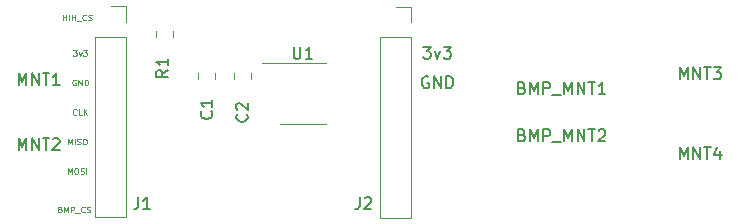
<source format=gbr>
G04 #@! TF.GenerationSoftware,KiCad,Pcbnew,(5.1.2)-2*
G04 #@! TF.CreationDate,2019-07-31T11:15:24+03:00*
G04 #@! TF.ProjectId,Sensor board,53656e73-6f72-4206-926f-6172642e6b69,rev?*
G04 #@! TF.SameCoordinates,Original*
G04 #@! TF.FileFunction,Legend,Top*
G04 #@! TF.FilePolarity,Positive*
%FSLAX46Y46*%
G04 Gerber Fmt 4.6, Leading zero omitted, Abs format (unit mm)*
G04 Created by KiCad (PCBNEW (5.1.2)-2) date 2019-07-31 11:15:24*
%MOMM*%
%LPD*%
G04 APERTURE LIST*
%ADD10C,0.150000*%
%ADD11C,0.100000*%
%ADD12C,0.120000*%
G04 APERTURE END LIST*
D10*
X80238095Y-25500000D02*
X80142857Y-25452380D01*
X80000000Y-25452380D01*
X79857142Y-25500000D01*
X79761904Y-25595238D01*
X79714285Y-25690476D01*
X79666666Y-25880952D01*
X79666666Y-26023809D01*
X79714285Y-26214285D01*
X79761904Y-26309523D01*
X79857142Y-26404761D01*
X80000000Y-26452380D01*
X80095238Y-26452380D01*
X80238095Y-26404761D01*
X80285714Y-26357142D01*
X80285714Y-26023809D01*
X80095238Y-26023809D01*
X80714285Y-26452380D02*
X80714285Y-25452380D01*
X81285714Y-26452380D01*
X81285714Y-25452380D01*
X81761904Y-26452380D02*
X81761904Y-25452380D01*
X82000000Y-25452380D01*
X82142857Y-25500000D01*
X82238095Y-25595238D01*
X82285714Y-25690476D01*
X82333333Y-25880952D01*
X82333333Y-26023809D01*
X82285714Y-26214285D01*
X82238095Y-26309523D01*
X82142857Y-26404761D01*
X82000000Y-26452380D01*
X81761904Y-26452380D01*
D11*
X49071428Y-36714285D02*
X49142857Y-36738095D01*
X49166666Y-36761904D01*
X49190476Y-36809523D01*
X49190476Y-36880952D01*
X49166666Y-36928571D01*
X49142857Y-36952380D01*
X49095238Y-36976190D01*
X48904761Y-36976190D01*
X48904761Y-36476190D01*
X49071428Y-36476190D01*
X49119047Y-36500000D01*
X49142857Y-36523809D01*
X49166666Y-36571428D01*
X49166666Y-36619047D01*
X49142857Y-36666666D01*
X49119047Y-36690476D01*
X49071428Y-36714285D01*
X48904761Y-36714285D01*
X49404761Y-36976190D02*
X49404761Y-36476190D01*
X49571428Y-36833333D01*
X49738095Y-36476190D01*
X49738095Y-36976190D01*
X49976190Y-36976190D02*
X49976190Y-36476190D01*
X50166666Y-36476190D01*
X50214285Y-36500000D01*
X50238095Y-36523809D01*
X50261904Y-36571428D01*
X50261904Y-36642857D01*
X50238095Y-36690476D01*
X50214285Y-36714285D01*
X50166666Y-36738095D01*
X49976190Y-36738095D01*
X50357142Y-37023809D02*
X50738095Y-37023809D01*
X51142857Y-36928571D02*
X51119047Y-36952380D01*
X51047619Y-36976190D01*
X51000000Y-36976190D01*
X50928571Y-36952380D01*
X50880952Y-36904761D01*
X50857142Y-36857142D01*
X50833333Y-36761904D01*
X50833333Y-36690476D01*
X50857142Y-36595238D01*
X50880952Y-36547619D01*
X50928571Y-36500000D01*
X51000000Y-36476190D01*
X51047619Y-36476190D01*
X51119047Y-36500000D01*
X51142857Y-36523809D01*
X51333333Y-36952380D02*
X51404761Y-36976190D01*
X51523809Y-36976190D01*
X51571428Y-36952380D01*
X51595238Y-36928571D01*
X51619047Y-36880952D01*
X51619047Y-36833333D01*
X51595238Y-36785714D01*
X51571428Y-36761904D01*
X51523809Y-36738095D01*
X51428571Y-36714285D01*
X51380952Y-36690476D01*
X51357142Y-36666666D01*
X51333333Y-36619047D01*
X51333333Y-36571428D01*
X51357142Y-36523809D01*
X51380952Y-36500000D01*
X51428571Y-36476190D01*
X51547619Y-36476190D01*
X51619047Y-36500000D01*
X49714285Y-33726190D02*
X49714285Y-33226190D01*
X49880952Y-33583333D01*
X50047619Y-33226190D01*
X50047619Y-33726190D01*
X50380952Y-33226190D02*
X50476190Y-33226190D01*
X50523809Y-33250000D01*
X50571428Y-33297619D01*
X50595238Y-33392857D01*
X50595238Y-33559523D01*
X50571428Y-33654761D01*
X50523809Y-33702380D01*
X50476190Y-33726190D01*
X50380952Y-33726190D01*
X50333333Y-33702380D01*
X50285714Y-33654761D01*
X50261904Y-33559523D01*
X50261904Y-33392857D01*
X50285714Y-33297619D01*
X50333333Y-33250000D01*
X50380952Y-33226190D01*
X50785714Y-33702380D02*
X50857142Y-33726190D01*
X50976190Y-33726190D01*
X51023809Y-33702380D01*
X51047619Y-33678571D01*
X51071428Y-33630952D01*
X51071428Y-33583333D01*
X51047619Y-33535714D01*
X51023809Y-33511904D01*
X50976190Y-33488095D01*
X50880952Y-33464285D01*
X50833333Y-33440476D01*
X50809523Y-33416666D01*
X50785714Y-33369047D01*
X50785714Y-33321428D01*
X50809523Y-33273809D01*
X50833333Y-33250000D01*
X50880952Y-33226190D01*
X51000000Y-33226190D01*
X51071428Y-33250000D01*
X51285714Y-33726190D02*
X51285714Y-33226190D01*
X49714285Y-31226190D02*
X49714285Y-30726190D01*
X49880952Y-31083333D01*
X50047619Y-30726190D01*
X50047619Y-31226190D01*
X50285714Y-31226190D02*
X50285714Y-30726190D01*
X50500000Y-31202380D02*
X50571428Y-31226190D01*
X50690476Y-31226190D01*
X50738095Y-31202380D01*
X50761904Y-31178571D01*
X50785714Y-31130952D01*
X50785714Y-31083333D01*
X50761904Y-31035714D01*
X50738095Y-31011904D01*
X50690476Y-30988095D01*
X50595238Y-30964285D01*
X50547619Y-30940476D01*
X50523809Y-30916666D01*
X50500000Y-30869047D01*
X50500000Y-30821428D01*
X50523809Y-30773809D01*
X50547619Y-30750000D01*
X50595238Y-30726190D01*
X50714285Y-30726190D01*
X50785714Y-30750000D01*
X51095238Y-30726190D02*
X51190476Y-30726190D01*
X51238095Y-30750000D01*
X51285714Y-30797619D01*
X51309523Y-30892857D01*
X51309523Y-31059523D01*
X51285714Y-31154761D01*
X51238095Y-31202380D01*
X51190476Y-31226190D01*
X51095238Y-31226190D01*
X51047619Y-31202380D01*
X51000000Y-31154761D01*
X50976190Y-31059523D01*
X50976190Y-30892857D01*
X51000000Y-30797619D01*
X51047619Y-30750000D01*
X51095238Y-30726190D01*
X50452380Y-28678571D02*
X50428571Y-28702380D01*
X50357142Y-28726190D01*
X50309523Y-28726190D01*
X50238095Y-28702380D01*
X50190476Y-28654761D01*
X50166666Y-28607142D01*
X50142857Y-28511904D01*
X50142857Y-28440476D01*
X50166666Y-28345238D01*
X50190476Y-28297619D01*
X50238095Y-28250000D01*
X50309523Y-28226190D01*
X50357142Y-28226190D01*
X50428571Y-28250000D01*
X50452380Y-28273809D01*
X50904761Y-28726190D02*
X50666666Y-28726190D01*
X50666666Y-28226190D01*
X51071428Y-28726190D02*
X51071428Y-28226190D01*
X51357142Y-28726190D02*
X51142857Y-28440476D01*
X51357142Y-28226190D02*
X51071428Y-28511904D01*
X50369047Y-25750000D02*
X50321428Y-25726190D01*
X50250000Y-25726190D01*
X50178571Y-25750000D01*
X50130952Y-25797619D01*
X50107142Y-25845238D01*
X50083333Y-25940476D01*
X50083333Y-26011904D01*
X50107142Y-26107142D01*
X50130952Y-26154761D01*
X50178571Y-26202380D01*
X50250000Y-26226190D01*
X50297619Y-26226190D01*
X50369047Y-26202380D01*
X50392857Y-26178571D01*
X50392857Y-26011904D01*
X50297619Y-26011904D01*
X50607142Y-26226190D02*
X50607142Y-25726190D01*
X50892857Y-26226190D01*
X50892857Y-25726190D01*
X51130952Y-26226190D02*
X51130952Y-25726190D01*
X51250000Y-25726190D01*
X51321428Y-25750000D01*
X51369047Y-25797619D01*
X51392857Y-25845238D01*
X51416666Y-25940476D01*
X51416666Y-26011904D01*
X51392857Y-26107142D01*
X51369047Y-26154761D01*
X51321428Y-26202380D01*
X51250000Y-26226190D01*
X51130952Y-26226190D01*
X50154761Y-23226190D02*
X50464285Y-23226190D01*
X50297619Y-23416666D01*
X50369047Y-23416666D01*
X50416666Y-23440476D01*
X50440476Y-23464285D01*
X50464285Y-23511904D01*
X50464285Y-23630952D01*
X50440476Y-23678571D01*
X50416666Y-23702380D01*
X50369047Y-23726190D01*
X50226190Y-23726190D01*
X50178571Y-23702380D01*
X50154761Y-23678571D01*
X50630952Y-23392857D02*
X50750000Y-23726190D01*
X50869047Y-23392857D01*
X51011904Y-23226190D02*
X51321428Y-23226190D01*
X51154761Y-23416666D01*
X51226190Y-23416666D01*
X51273809Y-23440476D01*
X51297619Y-23464285D01*
X51321428Y-23511904D01*
X51321428Y-23630952D01*
X51297619Y-23678571D01*
X51273809Y-23702380D01*
X51226190Y-23726190D01*
X51083333Y-23726190D01*
X51035714Y-23702380D01*
X51011904Y-23678571D01*
X49297619Y-20726190D02*
X49297619Y-20226190D01*
X49297619Y-20464285D02*
X49583333Y-20464285D01*
X49583333Y-20726190D02*
X49583333Y-20226190D01*
X49821428Y-20726190D02*
X49821428Y-20226190D01*
X50059523Y-20726190D02*
X50059523Y-20226190D01*
X50059523Y-20464285D02*
X50345238Y-20464285D01*
X50345238Y-20726190D02*
X50345238Y-20226190D01*
X50464285Y-20773809D02*
X50845238Y-20773809D01*
X51250000Y-20678571D02*
X51226190Y-20702380D01*
X51154761Y-20726190D01*
X51107142Y-20726190D01*
X51035714Y-20702380D01*
X50988095Y-20654761D01*
X50964285Y-20607142D01*
X50940476Y-20511904D01*
X50940476Y-20440476D01*
X50964285Y-20345238D01*
X50988095Y-20297619D01*
X51035714Y-20250000D01*
X51107142Y-20226190D01*
X51154761Y-20226190D01*
X51226190Y-20250000D01*
X51250000Y-20273809D01*
X51440476Y-20702380D02*
X51511904Y-20726190D01*
X51630952Y-20726190D01*
X51678571Y-20702380D01*
X51702380Y-20678571D01*
X51726190Y-20630952D01*
X51726190Y-20583333D01*
X51702380Y-20535714D01*
X51678571Y-20511904D01*
X51630952Y-20488095D01*
X51535714Y-20464285D01*
X51488095Y-20440476D01*
X51464285Y-20416666D01*
X51440476Y-20369047D01*
X51440476Y-20321428D01*
X51464285Y-20273809D01*
X51488095Y-20250000D01*
X51535714Y-20226190D01*
X51654761Y-20226190D01*
X51726190Y-20250000D01*
D10*
X79809523Y-22952380D02*
X80428571Y-22952380D01*
X80095238Y-23333333D01*
X80238095Y-23333333D01*
X80333333Y-23380952D01*
X80380952Y-23428571D01*
X80428571Y-23523809D01*
X80428571Y-23761904D01*
X80380952Y-23857142D01*
X80333333Y-23904761D01*
X80238095Y-23952380D01*
X79952380Y-23952380D01*
X79857142Y-23904761D01*
X79809523Y-23857142D01*
X80761904Y-23285714D02*
X81000000Y-23952380D01*
X81238095Y-23285714D01*
X81523809Y-22952380D02*
X82142857Y-22952380D01*
X81809523Y-23333333D01*
X81952380Y-23333333D01*
X82047619Y-23380952D01*
X82095238Y-23428571D01*
X82142857Y-23523809D01*
X82142857Y-23761904D01*
X82095238Y-23857142D01*
X82047619Y-23904761D01*
X81952380Y-23952380D01*
X81666666Y-23952380D01*
X81571428Y-23904761D01*
X81523809Y-23857142D01*
D12*
X69596000Y-24364000D02*
X66146000Y-24364000D01*
X69596000Y-24364000D02*
X71546000Y-24364000D01*
X69596000Y-29484000D02*
X67646000Y-29484000D01*
X69596000Y-29484000D02*
X71546000Y-29484000D01*
X58622000Y-22114252D02*
X58622000Y-21591748D01*
X57202000Y-22114252D02*
X57202000Y-21591748D01*
X77470000Y-19545001D02*
X78800000Y-19545001D01*
X78800000Y-19545001D02*
X78800000Y-20875001D01*
X78800000Y-22145001D02*
X78800000Y-37445001D01*
X76140000Y-37445001D02*
X78800000Y-37445001D01*
X76140000Y-22145001D02*
X76140000Y-37445001D01*
X76140000Y-22145001D02*
X78800000Y-22145001D01*
X53340000Y-19498000D02*
X54670000Y-19498000D01*
X54670000Y-19498000D02*
X54670000Y-20828000D01*
X54670000Y-22098000D02*
X54670000Y-37398000D01*
X52010000Y-37398000D02*
X54670000Y-37398000D01*
X52010000Y-22098000D02*
X52010000Y-37398000D01*
X52010000Y-22098000D02*
X54670000Y-22098000D01*
X65226000Y-25661252D02*
X65226000Y-25138748D01*
X63806000Y-25661252D02*
X63806000Y-25138748D01*
X62178000Y-25661252D02*
X62178000Y-25138748D01*
X60758000Y-25661252D02*
X60758000Y-25138748D01*
D10*
X88166666Y-30428571D02*
X88309523Y-30476190D01*
X88357142Y-30523809D01*
X88404761Y-30619047D01*
X88404761Y-30761904D01*
X88357142Y-30857142D01*
X88309523Y-30904761D01*
X88214285Y-30952380D01*
X87833333Y-30952380D01*
X87833333Y-29952380D01*
X88166666Y-29952380D01*
X88261904Y-30000000D01*
X88309523Y-30047619D01*
X88357142Y-30142857D01*
X88357142Y-30238095D01*
X88309523Y-30333333D01*
X88261904Y-30380952D01*
X88166666Y-30428571D01*
X87833333Y-30428571D01*
X88833333Y-30952380D02*
X88833333Y-29952380D01*
X89166666Y-30666666D01*
X89500000Y-29952380D01*
X89500000Y-30952380D01*
X89976190Y-30952380D02*
X89976190Y-29952380D01*
X90357142Y-29952380D01*
X90452380Y-30000000D01*
X90500000Y-30047619D01*
X90547619Y-30142857D01*
X90547619Y-30285714D01*
X90500000Y-30380952D01*
X90452380Y-30428571D01*
X90357142Y-30476190D01*
X89976190Y-30476190D01*
X90738095Y-31047619D02*
X91500000Y-31047619D01*
X91738095Y-30952380D02*
X91738095Y-29952380D01*
X92071428Y-30666666D01*
X92404761Y-29952380D01*
X92404761Y-30952380D01*
X92880952Y-30952380D02*
X92880952Y-29952380D01*
X93452380Y-30952380D01*
X93452380Y-29952380D01*
X93785714Y-29952380D02*
X94357142Y-29952380D01*
X94071428Y-30952380D02*
X94071428Y-29952380D01*
X94642857Y-30047619D02*
X94690476Y-30000000D01*
X94785714Y-29952380D01*
X95023809Y-29952380D01*
X95119047Y-30000000D01*
X95166666Y-30047619D01*
X95214285Y-30142857D01*
X95214285Y-30238095D01*
X95166666Y-30380952D01*
X94595238Y-30952380D01*
X95214285Y-30952380D01*
X88166666Y-26428571D02*
X88309523Y-26476190D01*
X88357142Y-26523809D01*
X88404761Y-26619047D01*
X88404761Y-26761904D01*
X88357142Y-26857142D01*
X88309523Y-26904761D01*
X88214285Y-26952380D01*
X87833333Y-26952380D01*
X87833333Y-25952380D01*
X88166666Y-25952380D01*
X88261904Y-26000000D01*
X88309523Y-26047619D01*
X88357142Y-26142857D01*
X88357142Y-26238095D01*
X88309523Y-26333333D01*
X88261904Y-26380952D01*
X88166666Y-26428571D01*
X87833333Y-26428571D01*
X88833333Y-26952380D02*
X88833333Y-25952380D01*
X89166666Y-26666666D01*
X89500000Y-25952380D01*
X89500000Y-26952380D01*
X89976190Y-26952380D02*
X89976190Y-25952380D01*
X90357142Y-25952380D01*
X90452380Y-26000000D01*
X90500000Y-26047619D01*
X90547619Y-26142857D01*
X90547619Y-26285714D01*
X90500000Y-26380952D01*
X90452380Y-26428571D01*
X90357142Y-26476190D01*
X89976190Y-26476190D01*
X90738095Y-27047619D02*
X91500000Y-27047619D01*
X91738095Y-26952380D02*
X91738095Y-25952380D01*
X92071428Y-26666666D01*
X92404761Y-25952380D01*
X92404761Y-26952380D01*
X92880952Y-26952380D02*
X92880952Y-25952380D01*
X93452380Y-26952380D01*
X93452380Y-25952380D01*
X93785714Y-25952380D02*
X94357142Y-25952380D01*
X94071428Y-26952380D02*
X94071428Y-25952380D01*
X95214285Y-26952380D02*
X94642857Y-26952380D01*
X94928571Y-26952380D02*
X94928571Y-25952380D01*
X94833333Y-26095238D01*
X94738095Y-26190476D01*
X94642857Y-26238095D01*
X68834095Y-22976380D02*
X68834095Y-23785904D01*
X68881714Y-23881142D01*
X68929333Y-23928761D01*
X69024571Y-23976380D01*
X69215047Y-23976380D01*
X69310285Y-23928761D01*
X69357904Y-23881142D01*
X69405523Y-23785904D01*
X69405523Y-22976380D01*
X70405523Y-23976380D02*
X69834095Y-23976380D01*
X70119809Y-23976380D02*
X70119809Y-22976380D01*
X70024571Y-23119238D01*
X69929333Y-23214476D01*
X69834095Y-23262095D01*
X101535714Y-25702380D02*
X101535714Y-24702380D01*
X101869047Y-25416666D01*
X102202380Y-24702380D01*
X102202380Y-25702380D01*
X102678571Y-25702380D02*
X102678571Y-24702380D01*
X103250000Y-25702380D01*
X103250000Y-24702380D01*
X103583333Y-24702380D02*
X104154761Y-24702380D01*
X103869047Y-25702380D02*
X103869047Y-24702380D01*
X104392857Y-24702380D02*
X105011904Y-24702380D01*
X104678571Y-25083333D01*
X104821428Y-25083333D01*
X104916666Y-25130952D01*
X104964285Y-25178571D01*
X105011904Y-25273809D01*
X105011904Y-25511904D01*
X104964285Y-25607142D01*
X104916666Y-25654761D01*
X104821428Y-25702380D01*
X104535714Y-25702380D01*
X104440476Y-25654761D01*
X104392857Y-25607142D01*
X101535714Y-32452380D02*
X101535714Y-31452380D01*
X101869047Y-32166666D01*
X102202380Y-31452380D01*
X102202380Y-32452380D01*
X102678571Y-32452380D02*
X102678571Y-31452380D01*
X103250000Y-32452380D01*
X103250000Y-31452380D01*
X103583333Y-31452380D02*
X104154761Y-31452380D01*
X103869047Y-32452380D02*
X103869047Y-31452380D01*
X104916666Y-31785714D02*
X104916666Y-32452380D01*
X104678571Y-31404761D02*
X104440476Y-32119047D01*
X105059523Y-32119047D01*
X45535714Y-31702380D02*
X45535714Y-30702380D01*
X45869047Y-31416666D01*
X46202380Y-30702380D01*
X46202380Y-31702380D01*
X46678571Y-31702380D02*
X46678571Y-30702380D01*
X47250000Y-31702380D01*
X47250000Y-30702380D01*
X47583333Y-30702380D02*
X48154761Y-30702380D01*
X47869047Y-31702380D02*
X47869047Y-30702380D01*
X48440476Y-30797619D02*
X48488095Y-30750000D01*
X48583333Y-30702380D01*
X48821428Y-30702380D01*
X48916666Y-30750000D01*
X48964285Y-30797619D01*
X49011904Y-30892857D01*
X49011904Y-30988095D01*
X48964285Y-31130952D01*
X48392857Y-31702380D01*
X49011904Y-31702380D01*
X45535714Y-26202380D02*
X45535714Y-25202380D01*
X45869047Y-25916666D01*
X46202380Y-25202380D01*
X46202380Y-26202380D01*
X46678571Y-26202380D02*
X46678571Y-25202380D01*
X47250000Y-26202380D01*
X47250000Y-25202380D01*
X47583333Y-25202380D02*
X48154761Y-25202380D01*
X47869047Y-26202380D02*
X47869047Y-25202380D01*
X49011904Y-26202380D02*
X48440476Y-26202380D01*
X48726190Y-26202380D02*
X48726190Y-25202380D01*
X48630952Y-25345238D01*
X48535714Y-25440476D01*
X48440476Y-25488095D01*
X58202380Y-24916666D02*
X57726190Y-25250000D01*
X58202380Y-25488095D02*
X57202380Y-25488095D01*
X57202380Y-25107142D01*
X57250000Y-25011904D01*
X57297619Y-24964285D01*
X57392857Y-24916666D01*
X57535714Y-24916666D01*
X57630952Y-24964285D01*
X57678571Y-25011904D01*
X57726190Y-25107142D01*
X57726190Y-25488095D01*
X58202380Y-23964285D02*
X58202380Y-24535714D01*
X58202380Y-24250000D02*
X57202380Y-24250000D01*
X57345238Y-24345238D01*
X57440476Y-24440476D01*
X57488095Y-24535714D01*
X74416666Y-35702380D02*
X74416666Y-36416666D01*
X74369047Y-36559523D01*
X74273809Y-36654761D01*
X74130952Y-36702380D01*
X74035714Y-36702380D01*
X74845238Y-35797619D02*
X74892857Y-35750000D01*
X74988095Y-35702380D01*
X75226190Y-35702380D01*
X75321428Y-35750000D01*
X75369047Y-35797619D01*
X75416666Y-35892857D01*
X75416666Y-35988095D01*
X75369047Y-36130952D01*
X74797619Y-36702380D01*
X75416666Y-36702380D01*
X55666666Y-35702380D02*
X55666666Y-36416666D01*
X55619047Y-36559523D01*
X55523809Y-36654761D01*
X55380952Y-36702380D01*
X55285714Y-36702380D01*
X56666666Y-36702380D02*
X56095238Y-36702380D01*
X56380952Y-36702380D02*
X56380952Y-35702380D01*
X56285714Y-35845238D01*
X56190476Y-35940476D01*
X56095238Y-35988095D01*
X64857142Y-28666666D02*
X64904761Y-28714285D01*
X64952380Y-28857142D01*
X64952380Y-28952380D01*
X64904761Y-29095238D01*
X64809523Y-29190476D01*
X64714285Y-29238095D01*
X64523809Y-29285714D01*
X64380952Y-29285714D01*
X64190476Y-29238095D01*
X64095238Y-29190476D01*
X64000000Y-29095238D01*
X63952380Y-28952380D01*
X63952380Y-28857142D01*
X64000000Y-28714285D01*
X64047619Y-28666666D01*
X64047619Y-28285714D02*
X64000000Y-28238095D01*
X63952380Y-28142857D01*
X63952380Y-27904761D01*
X64000000Y-27809523D01*
X64047619Y-27761904D01*
X64142857Y-27714285D01*
X64238095Y-27714285D01*
X64380952Y-27761904D01*
X64952380Y-28333333D01*
X64952380Y-27714285D01*
X61857142Y-28416666D02*
X61904761Y-28464285D01*
X61952380Y-28607142D01*
X61952380Y-28702380D01*
X61904761Y-28845238D01*
X61809523Y-28940476D01*
X61714285Y-28988095D01*
X61523809Y-29035714D01*
X61380952Y-29035714D01*
X61190476Y-28988095D01*
X61095238Y-28940476D01*
X61000000Y-28845238D01*
X60952380Y-28702380D01*
X60952380Y-28607142D01*
X61000000Y-28464285D01*
X61047619Y-28416666D01*
X61952380Y-27464285D02*
X61952380Y-28035714D01*
X61952380Y-27750000D02*
X60952380Y-27750000D01*
X61095238Y-27845238D01*
X61190476Y-27940476D01*
X61238095Y-28035714D01*
M02*

</source>
